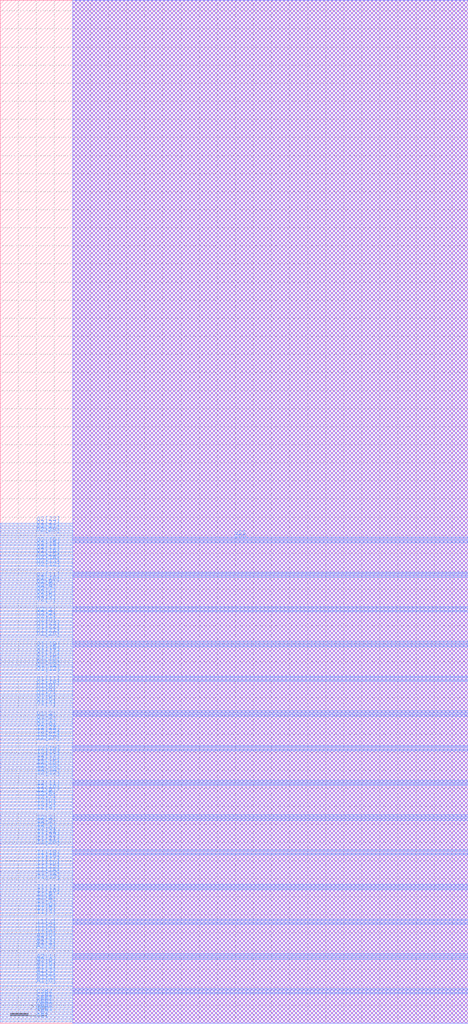
<source format=lef>
VERSION 5.6 ;
BUSBITCHARS "[]" ;
DIVIDERCHAR "/" ;

MACRO SRAM2RW64x24
  CLASS BLOCK ;
  ORIGIN 0 0 ;
  FOREIGN SRAM2RW64x24 0 0 ;
  SIZE 25.888 BY 56.584 ;
  SYMMETRY X Y ;
  SITE coreSite ;
  PIN VDD
    DIRECTION INOUT ;
    USE POWER ;
    PORT 
      LAYER M4 ;
        RECT 0.0 1.632 25.888 1.728 ;
        RECT 0.0 3.552 25.888 3.648 ;
        RECT 0.0 5.472 25.888 5.568 ;
        RECT 0.0 7.392 25.888 7.488 ;
        RECT 0.0 9.312 25.888 9.408 ;
        RECT 0.0 11.232 25.888 11.328 ;
        RECT 0.0 13.152 25.888 13.248 ;
        RECT 0.0 15.072 25.888 15.168 ;
        RECT 0.0 16.992 25.888 17.088 ;
        RECT 0.0 18.912 25.888 19.008 ;
        RECT 0.0 20.832 25.888 20.928 ;
        RECT 0.0 22.752 25.888 22.848 ;
        RECT 0.0 24.672 25.888 24.768 ;
        RECT 0.0 26.592 25.888 26.688 ;
    END 
  END VDD
  PIN VSS
    DIRECTION INOUT ;
    USE GROUND ;
    PORT 
      LAYER M4 ;
        RECT 0.0 1.824 25.888 1.92 ;
        RECT 0.0 3.744 25.888 3.84 ;
        RECT 0.0 5.664 25.888 5.76 ;
        RECT 0.0 7.584 25.888 7.68 ;
        RECT 0.0 9.504 25.888 9.6 ;
        RECT 0.0 11.424 25.888 11.52 ;
        RECT 0.0 13.344 25.888 13.44 ;
        RECT 0.0 15.264 25.888 15.36 ;
        RECT 0.0 17.184 25.888 17.28 ;
        RECT 0.0 19.104 25.888 19.2 ;
        RECT 0.0 21.024 25.888 21.12 ;
        RECT 0.0 22.944 25.888 23.04 ;
        RECT 0.0 24.864 25.888 24.96 ;
        RECT 0.0 26.784 25.888 26.88 ;
    END 
  END VSS
  PIN CE1
    DIRECTION INPUT ;
    USE SIGNAL ;
    PORT 
      LAYER M4 ;
        RECT 0.0 0.096 4.0 0.192 ;
    END 
  END CE1
  PIN CE2
    DIRECTION INPUT ;
    USE SIGNAL ;
    PORT 
      LAYER M4 ;
        RECT 0.0 0.288 4.0 0.384 ;
    END 
  END CE2
  PIN WEB1
    DIRECTION INPUT ;
    USE SIGNAL ;
    PORT 
      LAYER M4 ;
        RECT 0.0 0.48 4.0 0.576 ;
    END 
  END WEB1
  PIN WEB2
    DIRECTION INPUT ;
    USE SIGNAL ;
    PORT 
      LAYER M4 ;
        RECT 0.0 0.672 4.0 0.768 ;
    END 
  END WEB2
  PIN OEB1
    DIRECTION INPUT ;
    USE SIGNAL ;
    PORT 
      LAYER M4 ;
        RECT 0.0 0.864 4.0 0.96 ;
    END 
  END OEB1
  PIN OEB2
    DIRECTION INPUT ;
    USE SIGNAL ;
    PORT 
      LAYER M4 ;
        RECT 0.0 1.056 4.0 1.152 ;
    END 
  END OEB2
  PIN CSB1
    DIRECTION INPUT ;
    USE SIGNAL ;
    PORT 
      LAYER M4 ;
        RECT 0.0 1.248 4.0 1.344 ;
    END 
  END CSB1
  PIN CSB2
    DIRECTION INPUT ;
    USE SIGNAL ;
    PORT 
      LAYER M4 ;
        RECT 0.0 1.44 4.0 1.536 ;
    END 
  END CSB2
  PIN A1[0]
    DIRECTION INPUT ;
    USE SIGNAL ;
    PORT 
      LAYER M4 ;
        RECT 0.0 2.016 4.0 2.112 ;
    END 
  END A1[0]
  PIN A1[1]
    DIRECTION INPUT ;
    USE SIGNAL ;
    PORT 
      LAYER M4 ;
        RECT 0.0 2.208 4.0 2.304 ;
    END 
  END A1[1]
  PIN A1[2]
    DIRECTION INPUT ;
    USE SIGNAL ;
    PORT 
      LAYER M4 ;
        RECT 0.0 2.4 4.0 2.496 ;
    END 
  END A1[2]
  PIN A1[3]
    DIRECTION INPUT ;
    USE SIGNAL ;
    PORT 
      LAYER M4 ;
        RECT 0.0 2.592 4.0 2.688 ;
    END 
  END A1[3]
  PIN A1[4]
    DIRECTION INPUT ;
    USE SIGNAL ;
    PORT 
      LAYER M4 ;
        RECT 0.0 2.784 4.0 2.88 ;
    END 
  END A1[4]
  PIN A1[5]
    DIRECTION INPUT ;
    USE SIGNAL ;
    PORT 
      LAYER M4 ;
        RECT 0.0 2.976 4.0 3.072 ;
    END 
  END A1[5]
  PIN A2[0]
    DIRECTION INPUT ;
    USE SIGNAL ;
    PORT 
      LAYER M4 ;
        RECT 0.0 3.168 4.0 3.264 ;
    END 
  END A2[0]
  PIN A2[1]
    DIRECTION INPUT ;
    USE SIGNAL ;
    PORT 
      LAYER M4 ;
        RECT 0.0 3.36 4.0 3.456 ;
    END 
  END A2[1]
  PIN A2[2]
    DIRECTION INPUT ;
    USE SIGNAL ;
    PORT 
      LAYER M4 ;
        RECT 0.0 3.936 4.0 4.032 ;
    END 
  END A2[2]
  PIN A2[3]
    DIRECTION INPUT ;
    USE SIGNAL ;
    PORT 
      LAYER M4 ;
        RECT 0.0 4.128 4.0 4.224 ;
    END 
  END A2[3]
  PIN A2[4]
    DIRECTION INPUT ;
    USE SIGNAL ;
    PORT 
      LAYER M4 ;
        RECT 0.0 4.32 4.0 4.416 ;
    END 
  END A2[4]
  PIN A2[5]
    DIRECTION INPUT ;
    USE SIGNAL ;
    PORT 
      LAYER M4 ;
        RECT 0.0 4.512 4.0 4.608 ;
    END 
  END A2[5]
  PIN I1[0]
    DIRECTION INPUT ;
    USE SIGNAL ;
    PORT 
      LAYER M4 ;
        RECT 0.0 4.704 4.0 4.8 ;
    END 
  END I1[0]
  PIN I1[1]
    DIRECTION INPUT ;
    USE SIGNAL ;
    PORT 
      LAYER M4 ;
        RECT 0.0 4.896 4.0 4.992 ;
    END 
  END I1[1]
  PIN I1[2]
    DIRECTION INPUT ;
    USE SIGNAL ;
    PORT 
      LAYER M4 ;
        RECT 0.0 5.088 4.0 5.184 ;
    END 
  END I1[2]
  PIN I1[3]
    DIRECTION INPUT ;
    USE SIGNAL ;
    PORT 
      LAYER M4 ;
        RECT 0.0 5.28 4.0 5.376 ;
    END 
  END I1[3]
  PIN I1[4]
    DIRECTION INPUT ;
    USE SIGNAL ;
    PORT 
      LAYER M4 ;
        RECT 0.0 5.856 4.0 5.952 ;
    END 
  END I1[4]
  PIN I1[5]
    DIRECTION INPUT ;
    USE SIGNAL ;
    PORT 
      LAYER M4 ;
        RECT 0.0 6.048 4.0 6.144 ;
    END 
  END I1[5]
  PIN I1[6]
    DIRECTION INPUT ;
    USE SIGNAL ;
    PORT 
      LAYER M4 ;
        RECT 0.0 6.24 4.0 6.336 ;
    END 
  END I1[6]
  PIN I1[7]
    DIRECTION INPUT ;
    USE SIGNAL ;
    PORT 
      LAYER M4 ;
        RECT 0.0 6.432 4.0 6.528 ;
    END 
  END I1[7]
  PIN I1[8]
    DIRECTION INPUT ;
    USE SIGNAL ;
    PORT 
      LAYER M4 ;
        RECT 0.0 6.624 4.0 6.72 ;
    END 
  END I1[8]
  PIN I1[9]
    DIRECTION INPUT ;
    USE SIGNAL ;
    PORT 
      LAYER M4 ;
        RECT 0.0 6.816 4.0 6.912 ;
    END 
  END I1[9]
  PIN I1[10]
    DIRECTION INPUT ;
    USE SIGNAL ;
    PORT 
      LAYER M4 ;
        RECT 0.0 7.008 4.0 7.104 ;
    END 
  END I1[10]
  PIN I1[11]
    DIRECTION INPUT ;
    USE SIGNAL ;
    PORT 
      LAYER M4 ;
        RECT 0.0 7.2 4.0 7.296 ;
    END 
  END I1[11]
  PIN I1[12]
    DIRECTION INPUT ;
    USE SIGNAL ;
    PORT 
      LAYER M4 ;
        RECT 0.0 7.776 4.0 7.872 ;
    END 
  END I1[12]
  PIN I1[13]
    DIRECTION INPUT ;
    USE SIGNAL ;
    PORT 
      LAYER M4 ;
        RECT 0.0 7.968 4.0 8.064 ;
    END 
  END I1[13]
  PIN I1[14]
    DIRECTION INPUT ;
    USE SIGNAL ;
    PORT 
      LAYER M4 ;
        RECT 0.0 8.16 4.0 8.256 ;
    END 
  END I1[14]
  PIN I1[15]
    DIRECTION INPUT ;
    USE SIGNAL ;
    PORT 
      LAYER M4 ;
        RECT 0.0 8.352 4.0 8.448 ;
    END 
  END I1[15]
  PIN I1[16]
    DIRECTION INPUT ;
    USE SIGNAL ;
    PORT 
      LAYER M4 ;
        RECT 0.0 8.544 4.0 8.64 ;
    END 
  END I1[16]
  PIN I1[17]
    DIRECTION INPUT ;
    USE SIGNAL ;
    PORT 
      LAYER M4 ;
        RECT 0.0 8.736 4.0 8.832 ;
    END 
  END I1[17]
  PIN I1[18]
    DIRECTION INPUT ;
    USE SIGNAL ;
    PORT 
      LAYER M4 ;
        RECT 0.0 8.928 4.0 9.024 ;
    END 
  END I1[18]
  PIN I1[19]
    DIRECTION INPUT ;
    USE SIGNAL ;
    PORT 
      LAYER M4 ;
        RECT 0.0 9.12 4.0 9.216 ;
    END 
  END I1[19]
  PIN I1[20]
    DIRECTION INPUT ;
    USE SIGNAL ;
    PORT 
      LAYER M4 ;
        RECT 0.0 9.696 4.0 9.792 ;
    END 
  END I1[20]
  PIN I1[21]
    DIRECTION INPUT ;
    USE SIGNAL ;
    PORT 
      LAYER M4 ;
        RECT 0.0 9.888 4.0 9.984 ;
    END 
  END I1[21]
  PIN I1[22]
    DIRECTION INPUT ;
    USE SIGNAL ;
    PORT 
      LAYER M4 ;
        RECT 0.0 10.08 4.0 10.176 ;
    END 
  END I1[22]
  PIN I1[23]
    DIRECTION INPUT ;
    USE SIGNAL ;
    PORT 
      LAYER M4 ;
        RECT 0.0 10.272 4.0 10.368 ;
    END 
  END I1[23]
  PIN I2[0]
    DIRECTION INPUT ;
    USE SIGNAL ;
    PORT 
      LAYER M4 ;
        RECT 0.0 10.464 4.0 10.56 ;
    END 
  END I2[0]
  PIN I2[1]
    DIRECTION INPUT ;
    USE SIGNAL ;
    PORT 
      LAYER M4 ;
        RECT 0.0 10.656 4.0 10.752 ;
    END 
  END I2[1]
  PIN I2[2]
    DIRECTION INPUT ;
    USE SIGNAL ;
    PORT 
      LAYER M4 ;
        RECT 0.0 10.848 4.0 10.944 ;
    END 
  END I2[2]
  PIN I2[3]
    DIRECTION INPUT ;
    USE SIGNAL ;
    PORT 
      LAYER M4 ;
        RECT 0.0 11.04 4.0 11.136 ;
    END 
  END I2[3]
  PIN I2[4]
    DIRECTION INPUT ;
    USE SIGNAL ;
    PORT 
      LAYER M4 ;
        RECT 0.0 11.616 4.0 11.712 ;
    END 
  END I2[4]
  PIN I2[5]
    DIRECTION INPUT ;
    USE SIGNAL ;
    PORT 
      LAYER M4 ;
        RECT 0.0 11.808 4.0 11.904 ;
    END 
  END I2[5]
  PIN I2[6]
    DIRECTION INPUT ;
    USE SIGNAL ;
    PORT 
      LAYER M4 ;
        RECT 0.0 12.0 4.0 12.096 ;
    END 
  END I2[6]
  PIN I2[7]
    DIRECTION INPUT ;
    USE SIGNAL ;
    PORT 
      LAYER M4 ;
        RECT 0.0 12.192 4.0 12.288 ;
    END 
  END I2[7]
  PIN I2[8]
    DIRECTION INPUT ;
    USE SIGNAL ;
    PORT 
      LAYER M4 ;
        RECT 0.0 12.384 4.0 12.48 ;
    END 
  END I2[8]
  PIN I2[9]
    DIRECTION INPUT ;
    USE SIGNAL ;
    PORT 
      LAYER M4 ;
        RECT 0.0 12.576 4.0 12.672 ;
    END 
  END I2[9]
  PIN I2[10]
    DIRECTION INPUT ;
    USE SIGNAL ;
    PORT 
      LAYER M4 ;
        RECT 0.0 12.768 4.0 12.864 ;
    END 
  END I2[10]
  PIN I2[11]
    DIRECTION INPUT ;
    USE SIGNAL ;
    PORT 
      LAYER M4 ;
        RECT 0.0 12.96 4.0 13.056 ;
    END 
  END I2[11]
  PIN I2[12]
    DIRECTION INPUT ;
    USE SIGNAL ;
    PORT 
      LAYER M4 ;
        RECT 0.0 13.536 4.0 13.632 ;
    END 
  END I2[12]
  PIN I2[13]
    DIRECTION INPUT ;
    USE SIGNAL ;
    PORT 
      LAYER M4 ;
        RECT 0.0 13.728 4.0 13.824 ;
    END 
  END I2[13]
  PIN I2[14]
    DIRECTION INPUT ;
    USE SIGNAL ;
    PORT 
      LAYER M4 ;
        RECT 0.0 13.92 4.0 14.016 ;
    END 
  END I2[14]
  PIN I2[15]
    DIRECTION INPUT ;
    USE SIGNAL ;
    PORT 
      LAYER M4 ;
        RECT 0.0 14.112 4.0 14.208 ;
    END 
  END I2[15]
  PIN I2[16]
    DIRECTION INPUT ;
    USE SIGNAL ;
    PORT 
      LAYER M4 ;
        RECT 0.0 14.304 4.0 14.4 ;
    END 
  END I2[16]
  PIN I2[17]
    DIRECTION INPUT ;
    USE SIGNAL ;
    PORT 
      LAYER M4 ;
        RECT 0.0 14.496 4.0 14.592 ;
    END 
  END I2[17]
  PIN I2[18]
    DIRECTION INPUT ;
    USE SIGNAL ;
    PORT 
      LAYER M4 ;
        RECT 0.0 14.688 4.0 14.784 ;
    END 
  END I2[18]
  PIN I2[19]
    DIRECTION INPUT ;
    USE SIGNAL ;
    PORT 
      LAYER M4 ;
        RECT 0.0 14.88 4.0 14.976 ;
    END 
  END I2[19]
  PIN I2[20]
    DIRECTION INPUT ;
    USE SIGNAL ;
    PORT 
      LAYER M4 ;
        RECT 0.0 15.456 4.0 15.552 ;
    END 
  END I2[20]
  PIN I2[21]
    DIRECTION INPUT ;
    USE SIGNAL ;
    PORT 
      LAYER M4 ;
        RECT 0.0 15.648 4.0 15.744 ;
    END 
  END I2[21]
  PIN I2[22]
    DIRECTION INPUT ;
    USE SIGNAL ;
    PORT 
      LAYER M4 ;
        RECT 0.0 15.84 4.0 15.936 ;
    END 
  END I2[22]
  PIN I2[23]
    DIRECTION INPUT ;
    USE SIGNAL ;
    PORT 
      LAYER M4 ;
        RECT 0.0 16.032 4.0 16.128 ;
    END 
  END I2[23]
  PIN O1[0]
    DIRECTION OUTPUT ;
    USE SIGNAL ;
    PORT 
      LAYER M4 ;
        RECT 0.0 16.224 4.0 16.32 ;
    END 
  END O1[0]
  PIN O1[1]
    DIRECTION OUTPUT ;
    USE SIGNAL ;
    PORT 
      LAYER M4 ;
        RECT 0.0 16.416 4.0 16.512 ;
    END 
  END O1[1]
  PIN O1[2]
    DIRECTION OUTPUT ;
    USE SIGNAL ;
    PORT 
      LAYER M4 ;
        RECT 0.0 16.608 4.0 16.704 ;
    END 
  END O1[2]
  PIN O1[3]
    DIRECTION OUTPUT ;
    USE SIGNAL ;
    PORT 
      LAYER M4 ;
        RECT 0.0 16.8 4.0 16.896 ;
    END 
  END O1[3]
  PIN O1[4]
    DIRECTION OUTPUT ;
    USE SIGNAL ;
    PORT 
      LAYER M4 ;
        RECT 0.0 17.376 4.0 17.472 ;
    END 
  END O1[4]
  PIN O1[5]
    DIRECTION OUTPUT ;
    USE SIGNAL ;
    PORT 
      LAYER M4 ;
        RECT 0.0 17.568 4.0 17.664 ;
    END 
  END O1[5]
  PIN O1[6]
    DIRECTION OUTPUT ;
    USE SIGNAL ;
    PORT 
      LAYER M4 ;
        RECT 0.0 17.76 4.0 17.856 ;
    END 
  END O1[6]
  PIN O1[7]
    DIRECTION OUTPUT ;
    USE SIGNAL ;
    PORT 
      LAYER M4 ;
        RECT 0.0 17.952 4.0 18.048 ;
    END 
  END O1[7]
  PIN O1[8]
    DIRECTION OUTPUT ;
    USE SIGNAL ;
    PORT 
      LAYER M4 ;
        RECT 0.0 18.144 4.0 18.24 ;
    END 
  END O1[8]
  PIN O1[9]
    DIRECTION OUTPUT ;
    USE SIGNAL ;
    PORT 
      LAYER M4 ;
        RECT 0.0 18.336 4.0 18.432 ;
    END 
  END O1[9]
  PIN O1[10]
    DIRECTION OUTPUT ;
    USE SIGNAL ;
    PORT 
      LAYER M4 ;
        RECT 0.0 18.528 4.0 18.624 ;
    END 
  END O1[10]
  PIN O1[11]
    DIRECTION OUTPUT ;
    USE SIGNAL ;
    PORT 
      LAYER M4 ;
        RECT 0.0 18.72 4.0 18.816 ;
    END 
  END O1[11]
  PIN O1[12]
    DIRECTION OUTPUT ;
    USE SIGNAL ;
    PORT 
      LAYER M4 ;
        RECT 0.0 19.296 4.0 19.392 ;
    END 
  END O1[12]
  PIN O1[13]
    DIRECTION OUTPUT ;
    USE SIGNAL ;
    PORT 
      LAYER M4 ;
        RECT 0.0 19.488 4.0 19.584 ;
    END 
  END O1[13]
  PIN O1[14]
    DIRECTION OUTPUT ;
    USE SIGNAL ;
    PORT 
      LAYER M4 ;
        RECT 0.0 19.68 4.0 19.776 ;
    END 
  END O1[14]
  PIN O1[15]
    DIRECTION OUTPUT ;
    USE SIGNAL ;
    PORT 
      LAYER M4 ;
        RECT 0.0 19.872 4.0 19.968 ;
    END 
  END O1[15]
  PIN O1[16]
    DIRECTION OUTPUT ;
    USE SIGNAL ;
    PORT 
      LAYER M4 ;
        RECT 0.0 20.064 4.0 20.16 ;
    END 
  END O1[16]
  PIN O1[17]
    DIRECTION OUTPUT ;
    USE SIGNAL ;
    PORT 
      LAYER M4 ;
        RECT 0.0 20.256 4.0 20.352 ;
    END 
  END O1[17]
  PIN O1[18]
    DIRECTION OUTPUT ;
    USE SIGNAL ;
    PORT 
      LAYER M4 ;
        RECT 0.0 20.448 4.0 20.544 ;
    END 
  END O1[18]
  PIN O1[19]
    DIRECTION OUTPUT ;
    USE SIGNAL ;
    PORT 
      LAYER M4 ;
        RECT 0.0 20.64 4.0 20.736 ;
    END 
  END O1[19]
  PIN O1[20]
    DIRECTION OUTPUT ;
    USE SIGNAL ;
    PORT 
      LAYER M4 ;
        RECT 0.0 21.216 4.0 21.312 ;
    END 
  END O1[20]
  PIN O1[21]
    DIRECTION OUTPUT ;
    USE SIGNAL ;
    PORT 
      LAYER M4 ;
        RECT 0.0 21.408 4.0 21.504 ;
    END 
  END O1[21]
  PIN O1[22]
    DIRECTION OUTPUT ;
    USE SIGNAL ;
    PORT 
      LAYER M4 ;
        RECT 0.0 21.6 4.0 21.696 ;
    END 
  END O1[22]
  PIN O1[23]
    DIRECTION OUTPUT ;
    USE SIGNAL ;
    PORT 
      LAYER M4 ;
        RECT 0.0 21.792 4.0 21.888 ;
    END 
  END O1[23]
  PIN O2[0]
    DIRECTION OUTPUT ;
    USE SIGNAL ;
    PORT 
      LAYER M4 ;
        RECT 0.0 21.984 4.0 22.08 ;
    END 
  END O2[0]
  PIN O2[1]
    DIRECTION OUTPUT ;
    USE SIGNAL ;
    PORT 
      LAYER M4 ;
        RECT 0.0 22.176 4.0 22.272 ;
    END 
  END O2[1]
  PIN O2[2]
    DIRECTION OUTPUT ;
    USE SIGNAL ;
    PORT 
      LAYER M4 ;
        RECT 0.0 22.368 4.0 22.464 ;
    END 
  END O2[2]
  PIN O2[3]
    DIRECTION OUTPUT ;
    USE SIGNAL ;
    PORT 
      LAYER M4 ;
        RECT 0.0 22.56 4.0 22.656 ;
    END 
  END O2[3]
  PIN O2[4]
    DIRECTION OUTPUT ;
    USE SIGNAL ;
    PORT 
      LAYER M4 ;
        RECT 0.0 23.136 4.0 23.232 ;
    END 
  END O2[4]
  PIN O2[5]
    DIRECTION OUTPUT ;
    USE SIGNAL ;
    PORT 
      LAYER M4 ;
        RECT 0.0 23.328 4.0 23.424 ;
    END 
  END O2[5]
  PIN O2[6]
    DIRECTION OUTPUT ;
    USE SIGNAL ;
    PORT 
      LAYER M4 ;
        RECT 0.0 23.52 4.0 23.616 ;
    END 
  END O2[6]
  PIN O2[7]
    DIRECTION OUTPUT ;
    USE SIGNAL ;
    PORT 
      LAYER M4 ;
        RECT 0.0 23.712 4.0 23.808 ;
    END 
  END O2[7]
  PIN O2[8]
    DIRECTION OUTPUT ;
    USE SIGNAL ;
    PORT 
      LAYER M4 ;
        RECT 0.0 23.904 4.0 24.0 ;
    END 
  END O2[8]
  PIN O2[9]
    DIRECTION OUTPUT ;
    USE SIGNAL ;
    PORT 
      LAYER M4 ;
        RECT 0.0 24.096 4.0 24.192 ;
    END 
  END O2[9]
  PIN O2[10]
    DIRECTION OUTPUT ;
    USE SIGNAL ;
    PORT 
      LAYER M4 ;
        RECT 0.0 24.288 4.0 24.384 ;
    END 
  END O2[10]
  PIN O2[11]
    DIRECTION OUTPUT ;
    USE SIGNAL ;
    PORT 
      LAYER M4 ;
        RECT 0.0 24.48 4.0 24.576 ;
    END 
  END O2[11]
  PIN O2[12]
    DIRECTION OUTPUT ;
    USE SIGNAL ;
    PORT 
      LAYER M4 ;
        RECT 0.0 25.056 4.0 25.152 ;
    END 
  END O2[12]
  PIN O2[13]
    DIRECTION OUTPUT ;
    USE SIGNAL ;
    PORT 
      LAYER M4 ;
        RECT 0.0 25.248 4.0 25.344 ;
    END 
  END O2[13]
  PIN O2[14]
    DIRECTION OUTPUT ;
    USE SIGNAL ;
    PORT 
      LAYER M4 ;
        RECT 0.0 25.44 4.0 25.536 ;
    END 
  END O2[14]
  PIN O2[15]
    DIRECTION OUTPUT ;
    USE SIGNAL ;
    PORT 
      LAYER M4 ;
        RECT 0.0 25.632 4.0 25.728 ;
    END 
  END O2[15]
  PIN O2[16]
    DIRECTION OUTPUT ;
    USE SIGNAL ;
    PORT 
      LAYER M4 ;
        RECT 0.0 25.824 4.0 25.92 ;
    END 
  END O2[16]
  PIN O2[17]
    DIRECTION OUTPUT ;
    USE SIGNAL ;
    PORT 
      LAYER M4 ;
        RECT 0.0 26.016 4.0 26.112 ;
    END 
  END O2[17]
  PIN O2[18]
    DIRECTION OUTPUT ;
    USE SIGNAL ;
    PORT 
      LAYER M4 ;
        RECT 0.0 26.208 4.0 26.304 ;
    END 
  END O2[18]
  PIN O2[19]
    DIRECTION OUTPUT ;
    USE SIGNAL ;
    PORT 
      LAYER M4 ;
        RECT 0.0 26.4 4.0 26.496 ;
    END 
  END O2[19]
  PIN O2[20]
    DIRECTION OUTPUT ;
    USE SIGNAL ;
    PORT 
      LAYER M4 ;
        RECT 0.0 26.976 4.0 27.072 ;
    END 
  END O2[20]
  PIN O2[21]
    DIRECTION OUTPUT ;
    USE SIGNAL ;
    PORT 
      LAYER M4 ;
        RECT 0.0 27.168 4.0 27.264 ;
    END 
  END O2[21]
  PIN O2[22]
    DIRECTION OUTPUT ;
    USE SIGNAL ;
    PORT 
      LAYER M4 ;
        RECT 0.0 27.36 4.0 27.456 ;
    END 
  END O2[22]
  PIN O2[23]
    DIRECTION OUTPUT ;
    USE SIGNAL ;
    PORT 
      LAYER M4 ;
        RECT 0.0 27.552 4.0 27.648 ;
    END 
  END O2[23]
  OBS 
    LAYER M1 ;
      RECT 4.0 0.0 25.888 56.584 ;
    LAYER M2 ;
      RECT 4.0 0.0 25.888 56.584 ;
    LAYER M3 ;
      RECT 4.0 0.0 25.888 56.584 ;
  END 
END SRAM2RW64x24

END LIBRARY
</source>
